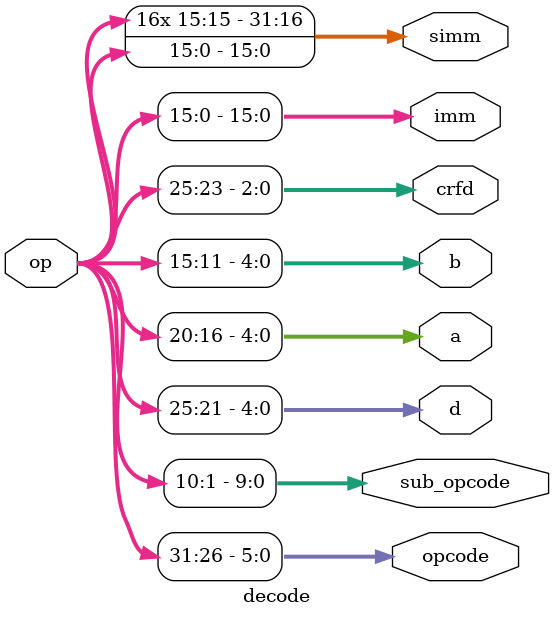
<source format=v>
module decode(input [31:0]  op,
              output [5:0]         opcode,
              output [9:0]         sub_opcode,
              output [4:0]         d,
              output [4:0]         a,
              output [4:0]         b,
              output [2:0]         crfd,
              output [15:0]        imm,
              output signed [31:0] simm);
   assign opcode = op[31:26];
   assign sub_opcode = op[10:1];
   assign d = op[25:21];
   assign a = op[20:16];
   assign b = op[15:11];
   assign crfd = op[25:23];
   assign imm = op[15:0];
   assign simm = {{16{op[15]}}, op[15:0]};
endmodule // decode

</source>
